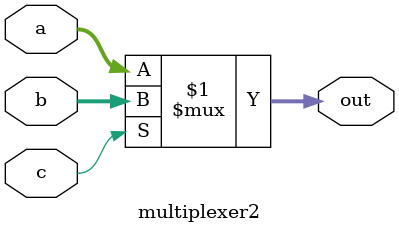
<source format=v>
`timescale 1ns / 1ps
module multiplexer2(a, b, c, out);


input [7:0] a, b;
input c;
output [7:0] out;

assign out=(c)?b:a;

endmodule

</source>
